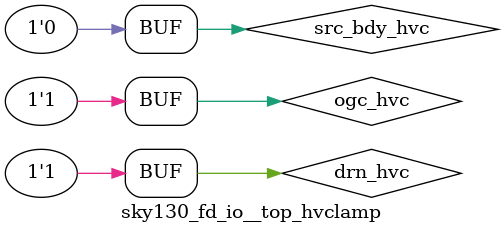
<source format=v>
/**
 * Copyright 2020 The SkyWater PDK Authors
 *
 * Licensed under the Apache License, Version 2.0 (the "License");
 * you may not use this file except in compliance with the License.
 * You may obtain a copy of the License at
 *
 *     https://www.apache.org/licenses/LICENSE-2.0
 *
 * Unless required by applicable law or agreed to in writing, software
 * distributed under the License is distributed on an "AS IS" BASIS,
 * WITHOUT WARRANTIES OR CONDITIONS OF ANY KIND, either express or implied.
 * See the License for the specific language governing permissions and
 * limitations under the License.
 *
 * SPDX-License-Identifier: Apache-2.0
 */

`ifndef SKY130_FD_IO__TOP_HVCLAMP_V
`define SKY130_FD_IO__TOP_HVCLAMP_V

/**
 * top_hvclamp: Standalone high voltage ESD clamp circuit.
 *
 * Verilog top module.
 */

`timescale 1ns / 1ps
`default_nettype none

module sky130_fd_io__top_hvclamp ( 
`ifdef USE_POWER_PINS
  drn_hvc, ogc_hvc, src_bdy_hvc
`endif
 );

`ifdef USE_POWER_PINS
  inout ogc_hvc;
  inout drn_hvc;
  inout src_bdy_hvc;
`else
  supply1 ogc_hvc;
  supply1 drn_hvc;
  supply0 src_bdy_hvc;
`endif

endmodule

`default_nettype wire
`endif  // SKY130_FD_IO__TOP_HVCLAMP_V

</source>
